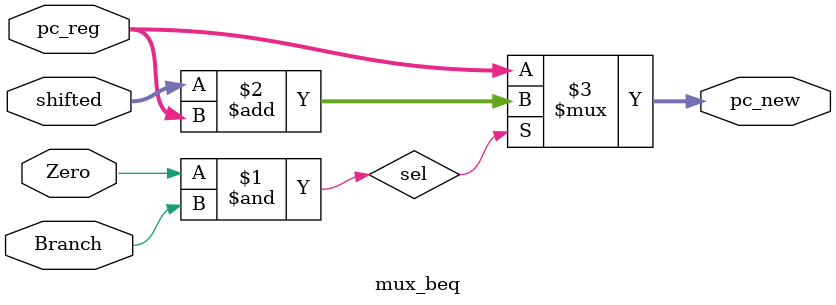
<source format=v>
module mux_beq(pc_reg, shifted, Zero, Branch, pc_new);
    input [31:0] pc_reg, shifted;
    output [31:0] pc_new;
    input Zero,Branch;

    wire sel;

    assign sel=Zero&Branch;

    assign pc_new=(sel)? (shifted+pc_reg) : pc_reg;
endmodule
</source>
